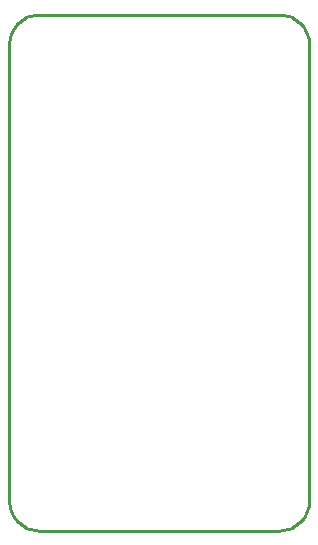
<source format=gbr>
G04 EAGLE Gerber RS-274X export*
G75*
%MOMM*%
%FSLAX34Y34*%
%LPD*%
%IN*%
%IPPOS*%
%AMOC8*
5,1,8,0,0,1.08239X$1,22.5*%
G01*
%ADD10C,0.254000*%


D10*
X0Y25400D02*
X97Y23186D01*
X386Y20989D01*
X865Y18826D01*
X1532Y16713D01*
X2380Y14666D01*
X3403Y12700D01*
X4594Y10831D01*
X5942Y9073D01*
X7440Y7440D01*
X9073Y5942D01*
X10831Y4594D01*
X12700Y3403D01*
X14666Y2380D01*
X16713Y1532D01*
X18826Y865D01*
X20989Y386D01*
X23186Y97D01*
X25400Y0D01*
X228600Y0D01*
X230814Y97D01*
X233011Y386D01*
X235174Y865D01*
X237287Y1532D01*
X239335Y2380D01*
X241300Y3403D01*
X243169Y4594D01*
X244927Y5942D01*
X246561Y7440D01*
X248058Y9073D01*
X249406Y10831D01*
X250597Y12700D01*
X251620Y14666D01*
X252468Y16713D01*
X253135Y18826D01*
X253614Y20989D01*
X253903Y23186D01*
X254000Y25400D01*
X254000Y411480D01*
X253903Y413694D01*
X253614Y415891D01*
X253135Y418054D01*
X252468Y420167D01*
X251620Y422215D01*
X250597Y424180D01*
X249406Y426049D01*
X248058Y427807D01*
X246561Y429441D01*
X244927Y430938D01*
X243169Y432286D01*
X241300Y433477D01*
X239335Y434500D01*
X237287Y435348D01*
X235174Y436015D01*
X233011Y436494D01*
X230814Y436783D01*
X228600Y436880D01*
X25400Y436880D01*
X23186Y436783D01*
X20989Y436494D01*
X18826Y436015D01*
X16713Y435348D01*
X14666Y434500D01*
X12700Y433477D01*
X10831Y432286D01*
X9073Y430938D01*
X7440Y429441D01*
X5942Y427807D01*
X4594Y426049D01*
X3403Y424180D01*
X2380Y422215D01*
X1532Y420167D01*
X865Y418054D01*
X386Y415891D01*
X97Y413694D01*
X0Y411480D01*
X0Y25400D01*
M02*

</source>
